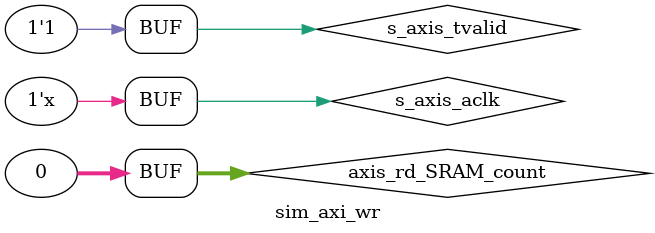
<source format=v>
`timescale 1ns / 1ps


module sim_axi_wr();
  reg  [31:0]axis_rd_SRAM_count = 0;
  wire [31:0]axis_wr_SRAM_count ;
  reg        frame_readen       = 1;
  wire       frame_written;
  
  reg [31:0] s_axis_tdata       = 0;
  wire       s_axis_tready;
  reg        s_axis_tvalid = 0;
reg s_axis_aclk = 0;
always #20 s_axis_aclk = ~s_axis_aclk;

initial begin
    #1000;
    s_axis_tvalid <= 1;
end

always @(posedge s_axis_aclk)begin
    if(s_axis_tvalid && s_axis_tready)
        s_axis_tdata <= s_axis_tdata + 1;
     else s_axis_tdata <= s_axis_tdata;
end

always @(posedge s_axis_aclk)begin
    if(s_axis_tdata == 1920)
        frame_readen <= 0;
     else frame_readen <= frame_readen;
end


axi_wr  wr(
        .axis_rd_SRAM_count(axis_rd_SRAM_count),
        .axis_wr_SRAM_count(axis_wr_SRAM_count),
        .frame_readen(frame_readen),
        .frame_written(frame_written),
        .s_axis_aclk(s_axis_aclk),
        .s_axis_tdata(s_axis_tdata),
        .s_axis_tready(s_axis_tready),
        .s_axis_tvalid(s_axis_tvalid)
        );
endmodule

</source>
